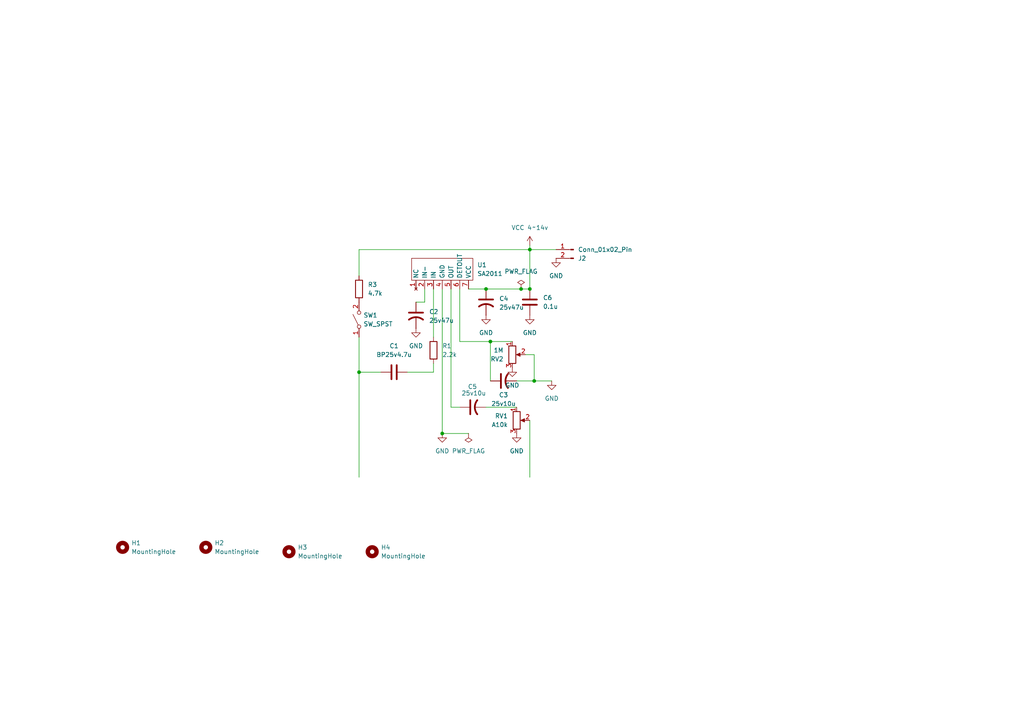
<source format=kicad_sch>
(kicad_sch
	(version 20250114)
	(generator "eeschema")
	(generator_version "9.0")
	(uuid "e2b37c89-b60f-49f1-a142-ed4ef7ac018e")
	(paper "A4")
	(lib_symbols
		(symbol "@MyLibrary:SA2011"
			(exclude_from_sim no)
			(in_bom yes)
			(on_board yes)
			(property "Reference" "U"
				(at 0 5.08 0)
				(effects
					(font
						(size 1.27 1.27)
					)
				)
			)
			(property "Value" "SA2011"
				(at -1.524 2.794 0)
				(effects
					(font
						(size 1.27 1.27)
					)
				)
			)
			(property "Footprint" ""
				(at 0 0 0)
				(effects
					(font
						(size 1.27 1.27)
					)
					(hide yes)
				)
			)
			(property "Datasheet" ""
				(at 0 0 0)
				(effects
					(font
						(size 1.27 1.27)
					)
					(hide yes)
				)
			)
			(property "Description" ""
				(at 0 0 0)
				(effects
					(font
						(size 1.27 1.27)
					)
					(hide yes)
				)
			)
			(symbol "SA2011_0_1"
				(rectangle
					(start -8.89 3.81)
					(end 8.89 -2.54)
					(stroke
						(width 0)
						(type default)
					)
					(fill
						(type none)
					)
				)
			)
			(symbol "SA2011_1_1"
				(pin no_connect line
					(at -7.62 -5.08 90)
					(length 2.54)
					(name "NC"
						(effects
							(font
								(size 1.27 1.27)
							)
						)
					)
					(number "1"
						(effects
							(font
								(size 1.27 1.27)
							)
						)
					)
				)
				(pin input line
					(at -5.08 -5.08 90)
					(length 2.54)
					(name "IN-"
						(effects
							(font
								(size 1.27 1.27)
							)
						)
					)
					(number "2"
						(effects
							(font
								(size 1.27 1.27)
							)
						)
					)
				)
				(pin input line
					(at -2.54 -5.08 90)
					(length 2.54)
					(name "IN"
						(effects
							(font
								(size 1.27 1.27)
							)
						)
					)
					(number "3"
						(effects
							(font
								(size 1.27 1.27)
							)
						)
					)
				)
				(pin power_in line
					(at 0 -5.08 90)
					(length 2.54)
					(name "GND"
						(effects
							(font
								(size 1.27 1.27)
							)
						)
					)
					(number "4"
						(effects
							(font
								(size 1.27 1.27)
							)
						)
					)
				)
				(pin output line
					(at 2.54 -5.08 90)
					(length 2.54)
					(name "OUT"
						(effects
							(font
								(size 1.27 1.27)
							)
						)
					)
					(number "5"
						(effects
							(font
								(size 1.27 1.27)
							)
						)
					)
				)
				(pin input line
					(at 5.08 -5.08 90)
					(length 2.54)
					(name "DETOUT"
						(effects
							(font
								(size 1.27 1.27)
							)
						)
					)
					(number "6"
						(effects
							(font
								(size 1.27 1.27)
							)
						)
					)
				)
				(pin power_in line
					(at 7.62 -5.08 90)
					(length 2.54)
					(name "VCC"
						(effects
							(font
								(size 1.27 1.27)
							)
						)
					)
					(number "7"
						(effects
							(font
								(size 1.27 1.27)
							)
						)
					)
				)
			)
			(embedded_fonts no)
		)
		(symbol "Connector:Conn_01x02_Pin"
			(pin_names
				(offset 1.016)
				(hide yes)
			)
			(exclude_from_sim no)
			(in_bom yes)
			(on_board yes)
			(property "Reference" "J"
				(at 0 2.54 0)
				(effects
					(font
						(size 1.27 1.27)
					)
				)
			)
			(property "Value" "Conn_01x02_Pin"
				(at 0 -5.08 0)
				(effects
					(font
						(size 1.27 1.27)
					)
				)
			)
			(property "Footprint" ""
				(at 0 0 0)
				(effects
					(font
						(size 1.27 1.27)
					)
					(hide yes)
				)
			)
			(property "Datasheet" "~"
				(at 0 0 0)
				(effects
					(font
						(size 1.27 1.27)
					)
					(hide yes)
				)
			)
			(property "Description" "Generic connector, single row, 01x02, script generated"
				(at 0 0 0)
				(effects
					(font
						(size 1.27 1.27)
					)
					(hide yes)
				)
			)
			(property "ki_locked" ""
				(at 0 0 0)
				(effects
					(font
						(size 1.27 1.27)
					)
				)
			)
			(property "ki_keywords" "connector"
				(at 0 0 0)
				(effects
					(font
						(size 1.27 1.27)
					)
					(hide yes)
				)
			)
			(property "ki_fp_filters" "Connector*:*_1x??_*"
				(at 0 0 0)
				(effects
					(font
						(size 1.27 1.27)
					)
					(hide yes)
				)
			)
			(symbol "Conn_01x02_Pin_1_1"
				(rectangle
					(start 0.8636 0.127)
					(end 0 -0.127)
					(stroke
						(width 0.1524)
						(type default)
					)
					(fill
						(type outline)
					)
				)
				(rectangle
					(start 0.8636 -2.413)
					(end 0 -2.667)
					(stroke
						(width 0.1524)
						(type default)
					)
					(fill
						(type outline)
					)
				)
				(polyline
					(pts
						(xy 1.27 0) (xy 0.8636 0)
					)
					(stroke
						(width 0.1524)
						(type default)
					)
					(fill
						(type none)
					)
				)
				(polyline
					(pts
						(xy 1.27 -2.54) (xy 0.8636 -2.54)
					)
					(stroke
						(width 0.1524)
						(type default)
					)
					(fill
						(type none)
					)
				)
				(pin passive line
					(at 5.08 0 180)
					(length 3.81)
					(name "Pin_1"
						(effects
							(font
								(size 1.27 1.27)
							)
						)
					)
					(number "1"
						(effects
							(font
								(size 1.27 1.27)
							)
						)
					)
				)
				(pin passive line
					(at 5.08 -2.54 180)
					(length 3.81)
					(name "Pin_2"
						(effects
							(font
								(size 1.27 1.27)
							)
						)
					)
					(number "2"
						(effects
							(font
								(size 1.27 1.27)
							)
						)
					)
				)
			)
			(embedded_fonts no)
		)
		(symbol "Device:C"
			(pin_numbers
				(hide yes)
			)
			(pin_names
				(offset 0.254)
			)
			(exclude_from_sim no)
			(in_bom yes)
			(on_board yes)
			(property "Reference" "C"
				(at 0.635 2.54 0)
				(effects
					(font
						(size 1.27 1.27)
					)
					(justify left)
				)
			)
			(property "Value" "C"
				(at 0.635 -2.54 0)
				(effects
					(font
						(size 1.27 1.27)
					)
					(justify left)
				)
			)
			(property "Footprint" ""
				(at 0.9652 -3.81 0)
				(effects
					(font
						(size 1.27 1.27)
					)
					(hide yes)
				)
			)
			(property "Datasheet" "~"
				(at 0 0 0)
				(effects
					(font
						(size 1.27 1.27)
					)
					(hide yes)
				)
			)
			(property "Description" "Unpolarized capacitor"
				(at 0 0 0)
				(effects
					(font
						(size 1.27 1.27)
					)
					(hide yes)
				)
			)
			(property "ki_keywords" "cap capacitor"
				(at 0 0 0)
				(effects
					(font
						(size 1.27 1.27)
					)
					(hide yes)
				)
			)
			(property "ki_fp_filters" "C_*"
				(at 0 0 0)
				(effects
					(font
						(size 1.27 1.27)
					)
					(hide yes)
				)
			)
			(symbol "C_0_1"
				(polyline
					(pts
						(xy -2.032 0.762) (xy 2.032 0.762)
					)
					(stroke
						(width 0.508)
						(type default)
					)
					(fill
						(type none)
					)
				)
				(polyline
					(pts
						(xy -2.032 -0.762) (xy 2.032 -0.762)
					)
					(stroke
						(width 0.508)
						(type default)
					)
					(fill
						(type none)
					)
				)
			)
			(symbol "C_1_1"
				(pin passive line
					(at 0 3.81 270)
					(length 2.794)
					(name "~"
						(effects
							(font
								(size 1.27 1.27)
							)
						)
					)
					(number "1"
						(effects
							(font
								(size 1.27 1.27)
							)
						)
					)
				)
				(pin passive line
					(at 0 -3.81 90)
					(length 2.794)
					(name "~"
						(effects
							(font
								(size 1.27 1.27)
							)
						)
					)
					(number "2"
						(effects
							(font
								(size 1.27 1.27)
							)
						)
					)
				)
			)
			(embedded_fonts no)
		)
		(symbol "Device:C_US"
			(pin_numbers
				(hide yes)
			)
			(pin_names
				(offset 0.254)
				(hide yes)
			)
			(exclude_from_sim no)
			(in_bom yes)
			(on_board yes)
			(property "Reference" "C"
				(at 0.635 2.54 0)
				(effects
					(font
						(size 1.27 1.27)
					)
					(justify left)
				)
			)
			(property "Value" "C_US"
				(at 0.635 -2.54 0)
				(effects
					(font
						(size 1.27 1.27)
					)
					(justify left)
				)
			)
			(property "Footprint" ""
				(at 0 0 0)
				(effects
					(font
						(size 1.27 1.27)
					)
					(hide yes)
				)
			)
			(property "Datasheet" ""
				(at 0 0 0)
				(effects
					(font
						(size 1.27 1.27)
					)
					(hide yes)
				)
			)
			(property "Description" "capacitor, US symbol"
				(at 0 0 0)
				(effects
					(font
						(size 1.27 1.27)
					)
					(hide yes)
				)
			)
			(property "ki_keywords" "cap capacitor"
				(at 0 0 0)
				(effects
					(font
						(size 1.27 1.27)
					)
					(hide yes)
				)
			)
			(property "ki_fp_filters" "C_*"
				(at 0 0 0)
				(effects
					(font
						(size 1.27 1.27)
					)
					(hide yes)
				)
			)
			(symbol "C_US_0_1"
				(polyline
					(pts
						(xy -2.032 0.762) (xy 2.032 0.762)
					)
					(stroke
						(width 0.508)
						(type default)
					)
					(fill
						(type none)
					)
				)
				(arc
					(start -2.032 -1.27)
					(mid 0 -0.5572)
					(end 2.032 -1.27)
					(stroke
						(width 0.508)
						(type default)
					)
					(fill
						(type none)
					)
				)
			)
			(symbol "C_US_1_1"
				(pin passive line
					(at 0 3.81 270)
					(length 2.794)
					(name "~"
						(effects
							(font
								(size 1.27 1.27)
							)
						)
					)
					(number "1"
						(effects
							(font
								(size 1.27 1.27)
							)
						)
					)
				)
				(pin passive line
					(at 0 -3.81 90)
					(length 3.302)
					(name "~"
						(effects
							(font
								(size 1.27 1.27)
							)
						)
					)
					(number "2"
						(effects
							(font
								(size 1.27 1.27)
							)
						)
					)
				)
			)
			(embedded_fonts no)
		)
		(symbol "Device:R"
			(pin_numbers
				(hide yes)
			)
			(pin_names
				(offset 0)
			)
			(exclude_from_sim no)
			(in_bom yes)
			(on_board yes)
			(property "Reference" "R"
				(at 2.032 0 90)
				(effects
					(font
						(size 1.27 1.27)
					)
				)
			)
			(property "Value" "R"
				(at 0 0 90)
				(effects
					(font
						(size 1.27 1.27)
					)
				)
			)
			(property "Footprint" ""
				(at -1.778 0 90)
				(effects
					(font
						(size 1.27 1.27)
					)
					(hide yes)
				)
			)
			(property "Datasheet" "~"
				(at 0 0 0)
				(effects
					(font
						(size 1.27 1.27)
					)
					(hide yes)
				)
			)
			(property "Description" "Resistor"
				(at 0 0 0)
				(effects
					(font
						(size 1.27 1.27)
					)
					(hide yes)
				)
			)
			(property "ki_keywords" "R res resistor"
				(at 0 0 0)
				(effects
					(font
						(size 1.27 1.27)
					)
					(hide yes)
				)
			)
			(property "ki_fp_filters" "R_*"
				(at 0 0 0)
				(effects
					(font
						(size 1.27 1.27)
					)
					(hide yes)
				)
			)
			(symbol "R_0_1"
				(rectangle
					(start -1.016 -2.54)
					(end 1.016 2.54)
					(stroke
						(width 0.254)
						(type default)
					)
					(fill
						(type none)
					)
				)
			)
			(symbol "R_1_1"
				(pin passive line
					(at 0 3.81 270)
					(length 1.27)
					(name "~"
						(effects
							(font
								(size 1.27 1.27)
							)
						)
					)
					(number "1"
						(effects
							(font
								(size 1.27 1.27)
							)
						)
					)
				)
				(pin passive line
					(at 0 -3.81 90)
					(length 1.27)
					(name "~"
						(effects
							(font
								(size 1.27 1.27)
							)
						)
					)
					(number "2"
						(effects
							(font
								(size 1.27 1.27)
							)
						)
					)
				)
			)
			(embedded_fonts no)
		)
		(symbol "Device:R_Potentiometer"
			(pin_names
				(offset 1.016)
				(hide yes)
			)
			(exclude_from_sim no)
			(in_bom yes)
			(on_board yes)
			(property "Reference" "RV"
				(at -4.445 0 90)
				(effects
					(font
						(size 1.27 1.27)
					)
				)
			)
			(property "Value" "R_Potentiometer"
				(at -2.54 0 90)
				(effects
					(font
						(size 1.27 1.27)
					)
				)
			)
			(property "Footprint" ""
				(at 0 0 0)
				(effects
					(font
						(size 1.27 1.27)
					)
					(hide yes)
				)
			)
			(property "Datasheet" "~"
				(at 0 0 0)
				(effects
					(font
						(size 1.27 1.27)
					)
					(hide yes)
				)
			)
			(property "Description" "Potentiometer"
				(at 0 0 0)
				(effects
					(font
						(size 1.27 1.27)
					)
					(hide yes)
				)
			)
			(property "ki_keywords" "resistor variable"
				(at 0 0 0)
				(effects
					(font
						(size 1.27 1.27)
					)
					(hide yes)
				)
			)
			(property "ki_fp_filters" "Potentiometer*"
				(at 0 0 0)
				(effects
					(font
						(size 1.27 1.27)
					)
					(hide yes)
				)
			)
			(symbol "R_Potentiometer_0_1"
				(rectangle
					(start 1.016 2.54)
					(end -1.016 -2.54)
					(stroke
						(width 0.254)
						(type default)
					)
					(fill
						(type none)
					)
				)
				(polyline
					(pts
						(xy 1.143 0) (xy 2.286 0.508) (xy 2.286 -0.508) (xy 1.143 0)
					)
					(stroke
						(width 0)
						(type default)
					)
					(fill
						(type outline)
					)
				)
				(polyline
					(pts
						(xy 2.54 0) (xy 1.524 0)
					)
					(stroke
						(width 0)
						(type default)
					)
					(fill
						(type none)
					)
				)
			)
			(symbol "R_Potentiometer_1_1"
				(pin passive line
					(at 0 3.81 270)
					(length 1.27)
					(name "1"
						(effects
							(font
								(size 1.27 1.27)
							)
						)
					)
					(number "1"
						(effects
							(font
								(size 1.27 1.27)
							)
						)
					)
				)
				(pin passive line
					(at 0 -3.81 90)
					(length 1.27)
					(name "3"
						(effects
							(font
								(size 1.27 1.27)
							)
						)
					)
					(number "3"
						(effects
							(font
								(size 1.27 1.27)
							)
						)
					)
				)
				(pin passive line
					(at 3.81 0 180)
					(length 1.27)
					(name "2"
						(effects
							(font
								(size 1.27 1.27)
							)
						)
					)
					(number "2"
						(effects
							(font
								(size 1.27 1.27)
							)
						)
					)
				)
			)
			(embedded_fonts no)
		)
		(symbol "Mechanical:MountingHole"
			(pin_names
				(offset 1.016)
			)
			(exclude_from_sim no)
			(in_bom no)
			(on_board yes)
			(property "Reference" "H"
				(at 0 5.08 0)
				(effects
					(font
						(size 1.27 1.27)
					)
				)
			)
			(property "Value" "MountingHole"
				(at 0 3.175 0)
				(effects
					(font
						(size 1.27 1.27)
					)
				)
			)
			(property "Footprint" ""
				(at 0 0 0)
				(effects
					(font
						(size 1.27 1.27)
					)
					(hide yes)
				)
			)
			(property "Datasheet" "~"
				(at 0 0 0)
				(effects
					(font
						(size 1.27 1.27)
					)
					(hide yes)
				)
			)
			(property "Description" "Mounting Hole without connection"
				(at 0 0 0)
				(effects
					(font
						(size 1.27 1.27)
					)
					(hide yes)
				)
			)
			(property "ki_keywords" "mounting hole"
				(at 0 0 0)
				(effects
					(font
						(size 1.27 1.27)
					)
					(hide yes)
				)
			)
			(property "ki_fp_filters" "MountingHole*"
				(at 0 0 0)
				(effects
					(font
						(size 1.27 1.27)
					)
					(hide yes)
				)
			)
			(symbol "MountingHole_0_1"
				(circle
					(center 0 0)
					(radius 1.27)
					(stroke
						(width 1.27)
						(type default)
					)
					(fill
						(type none)
					)
				)
			)
			(embedded_fonts no)
		)
		(symbol "Switch:SW_SPST"
			(pin_names
				(offset 0)
				(hide yes)
			)
			(exclude_from_sim no)
			(in_bom yes)
			(on_board yes)
			(property "Reference" "SW"
				(at 0 3.175 0)
				(effects
					(font
						(size 1.27 1.27)
					)
				)
			)
			(property "Value" "SW_SPST"
				(at 0 -2.54 0)
				(effects
					(font
						(size 1.27 1.27)
					)
				)
			)
			(property "Footprint" ""
				(at 0 0 0)
				(effects
					(font
						(size 1.27 1.27)
					)
					(hide yes)
				)
			)
			(property "Datasheet" "~"
				(at 0 0 0)
				(effects
					(font
						(size 1.27 1.27)
					)
					(hide yes)
				)
			)
			(property "Description" "Single Pole Single Throw (SPST) switch"
				(at 0 0 0)
				(effects
					(font
						(size 1.27 1.27)
					)
					(hide yes)
				)
			)
			(property "ki_keywords" "switch lever"
				(at 0 0 0)
				(effects
					(font
						(size 1.27 1.27)
					)
					(hide yes)
				)
			)
			(symbol "SW_SPST_0_0"
				(circle
					(center -2.032 0)
					(radius 0.508)
					(stroke
						(width 0)
						(type default)
					)
					(fill
						(type none)
					)
				)
				(polyline
					(pts
						(xy -1.524 0.254) (xy 1.524 1.778)
					)
					(stroke
						(width 0)
						(type default)
					)
					(fill
						(type none)
					)
				)
				(circle
					(center 2.032 0)
					(radius 0.508)
					(stroke
						(width 0)
						(type default)
					)
					(fill
						(type none)
					)
				)
			)
			(symbol "SW_SPST_1_1"
				(pin passive line
					(at -5.08 0 0)
					(length 2.54)
					(name "A"
						(effects
							(font
								(size 1.27 1.27)
							)
						)
					)
					(number "1"
						(effects
							(font
								(size 1.27 1.27)
							)
						)
					)
				)
				(pin passive line
					(at 5.08 0 180)
					(length 2.54)
					(name "B"
						(effects
							(font
								(size 1.27 1.27)
							)
						)
					)
					(number "2"
						(effects
							(font
								(size 1.27 1.27)
							)
						)
					)
				)
			)
			(embedded_fonts no)
		)
		(symbol "power:GND"
			(power)
			(pin_numbers
				(hide yes)
			)
			(pin_names
				(offset 0)
				(hide yes)
			)
			(exclude_from_sim no)
			(in_bom yes)
			(on_board yes)
			(property "Reference" "#PWR"
				(at 0 -6.35 0)
				(effects
					(font
						(size 1.27 1.27)
					)
					(hide yes)
				)
			)
			(property "Value" "GND"
				(at 0 -3.81 0)
				(effects
					(font
						(size 1.27 1.27)
					)
				)
			)
			(property "Footprint" ""
				(at 0 0 0)
				(effects
					(font
						(size 1.27 1.27)
					)
					(hide yes)
				)
			)
			(property "Datasheet" ""
				(at 0 0 0)
				(effects
					(font
						(size 1.27 1.27)
					)
					(hide yes)
				)
			)
			(property "Description" "Power symbol creates a global label with name \"GND\" , ground"
				(at 0 0 0)
				(effects
					(font
						(size 1.27 1.27)
					)
					(hide yes)
				)
			)
			(property "ki_keywords" "global power"
				(at 0 0 0)
				(effects
					(font
						(size 1.27 1.27)
					)
					(hide yes)
				)
			)
			(symbol "GND_0_1"
				(polyline
					(pts
						(xy 0 0) (xy 0 -1.27) (xy 1.27 -1.27) (xy 0 -2.54) (xy -1.27 -1.27) (xy 0 -1.27)
					)
					(stroke
						(width 0)
						(type default)
					)
					(fill
						(type none)
					)
				)
			)
			(symbol "GND_1_1"
				(pin power_in line
					(at 0 0 270)
					(length 0)
					(name "~"
						(effects
							(font
								(size 1.27 1.27)
							)
						)
					)
					(number "1"
						(effects
							(font
								(size 1.27 1.27)
							)
						)
					)
				)
			)
			(embedded_fonts no)
		)
		(symbol "power:PWR_FLAG"
			(power)
			(pin_numbers
				(hide yes)
			)
			(pin_names
				(offset 0)
				(hide yes)
			)
			(exclude_from_sim no)
			(in_bom yes)
			(on_board yes)
			(property "Reference" "#FLG"
				(at 0 1.905 0)
				(effects
					(font
						(size 1.27 1.27)
					)
					(hide yes)
				)
			)
			(property "Value" "PWR_FLAG"
				(at 0 3.81 0)
				(effects
					(font
						(size 1.27 1.27)
					)
				)
			)
			(property "Footprint" ""
				(at 0 0 0)
				(effects
					(font
						(size 1.27 1.27)
					)
					(hide yes)
				)
			)
			(property "Datasheet" "~"
				(at 0 0 0)
				(effects
					(font
						(size 1.27 1.27)
					)
					(hide yes)
				)
			)
			(property "Description" "Special symbol for telling ERC where power comes from"
				(at 0 0 0)
				(effects
					(font
						(size 1.27 1.27)
					)
					(hide yes)
				)
			)
			(property "ki_keywords" "flag power"
				(at 0 0 0)
				(effects
					(font
						(size 1.27 1.27)
					)
					(hide yes)
				)
			)
			(symbol "PWR_FLAG_0_0"
				(pin power_out line
					(at 0 0 90)
					(length 0)
					(name "~"
						(effects
							(font
								(size 1.27 1.27)
							)
						)
					)
					(number "1"
						(effects
							(font
								(size 1.27 1.27)
							)
						)
					)
				)
			)
			(symbol "PWR_FLAG_0_1"
				(polyline
					(pts
						(xy 0 0) (xy 0 1.27) (xy -1.016 1.905) (xy 0 2.54) (xy 1.016 1.905) (xy 0 1.27)
					)
					(stroke
						(width 0)
						(type default)
					)
					(fill
						(type none)
					)
				)
			)
			(embedded_fonts no)
		)
		(symbol "power:VCC"
			(power)
			(pin_numbers
				(hide yes)
			)
			(pin_names
				(offset 0)
				(hide yes)
			)
			(exclude_from_sim no)
			(in_bom yes)
			(on_board yes)
			(property "Reference" "#PWR"
				(at 0 -3.81 0)
				(effects
					(font
						(size 1.27 1.27)
					)
					(hide yes)
				)
			)
			(property "Value" "VCC"
				(at 0 3.556 0)
				(effects
					(font
						(size 1.27 1.27)
					)
				)
			)
			(property "Footprint" ""
				(at 0 0 0)
				(effects
					(font
						(size 1.27 1.27)
					)
					(hide yes)
				)
			)
			(property "Datasheet" ""
				(at 0 0 0)
				(effects
					(font
						(size 1.27 1.27)
					)
					(hide yes)
				)
			)
			(property "Description" "Power symbol creates a global label with name \"VCC\""
				(at 0 0 0)
				(effects
					(font
						(size 1.27 1.27)
					)
					(hide yes)
				)
			)
			(property "ki_keywords" "global power"
				(at 0 0 0)
				(effects
					(font
						(size 1.27 1.27)
					)
					(hide yes)
				)
			)
			(symbol "VCC_0_1"
				(polyline
					(pts
						(xy -0.762 1.27) (xy 0 2.54)
					)
					(stroke
						(width 0)
						(type default)
					)
					(fill
						(type none)
					)
				)
				(polyline
					(pts
						(xy 0 2.54) (xy 0.762 1.27)
					)
					(stroke
						(width 0)
						(type default)
					)
					(fill
						(type none)
					)
				)
				(polyline
					(pts
						(xy 0 0) (xy 0 2.54)
					)
					(stroke
						(width 0)
						(type default)
					)
					(fill
						(type none)
					)
				)
			)
			(symbol "VCC_1_1"
				(pin power_in line
					(at 0 0 90)
					(length 0)
					(name "~"
						(effects
							(font
								(size 1.27 1.27)
							)
						)
					)
					(number "1"
						(effects
							(font
								(size 1.27 1.27)
							)
						)
					)
				)
			)
			(embedded_fonts no)
		)
	)
	(junction
		(at 151.13 83.82)
		(diameter 0)
		(color 0 0 0 0)
		(uuid "027d9f26-714b-4e56-80ad-4e07e7ad6f0d")
	)
	(junction
		(at 153.67 83.82)
		(diameter 0)
		(color 0 0 0 0)
		(uuid "595b0f88-a369-4691-b7d4-80cbbc87ff7d")
	)
	(junction
		(at 104.14 107.95)
		(diameter 0)
		(color 0 0 0 0)
		(uuid "5adf580b-2d89-4cdc-b761-7e140696aea2")
	)
	(junction
		(at 128.27 125.73)
		(diameter 0)
		(color 0 0 0 0)
		(uuid "737afcf4-b54a-49a0-bffb-5f10572d621b")
	)
	(junction
		(at 154.94 110.49)
		(diameter 0)
		(color 0 0 0 0)
		(uuid "7e28f72d-7cfd-4335-80a8-43ca04a970b1")
	)
	(junction
		(at 153.67 72.39)
		(diameter 0)
		(color 0 0 0 0)
		(uuid "a423b7dd-e6e6-470a-9772-a4d6d9036235")
	)
	(junction
		(at 140.97 83.82)
		(diameter 0)
		(color 0 0 0 0)
		(uuid "a6e425a0-815e-495a-8f25-c69ca8116a1e")
	)
	(junction
		(at 142.24 99.06)
		(diameter 0)
		(color 0 0 0 0)
		(uuid "f92a9200-e1df-4493-92ac-322cabe6aa9e")
	)
	(wire
		(pts
			(xy 152.4 102.87) (xy 154.94 102.87)
		)
		(stroke
			(width 0)
			(type default)
		)
		(uuid "08ae7476-c5a9-4a8d-ada8-124fbdf4d020")
	)
	(wire
		(pts
			(xy 123.19 83.82) (xy 123.19 87.63)
		)
		(stroke
			(width 0)
			(type default)
		)
		(uuid "0c81a28a-ae4a-4c6d-a70b-23ce1fec65f1")
	)
	(wire
		(pts
			(xy 133.35 99.06) (xy 142.24 99.06)
		)
		(stroke
			(width 0)
			(type default)
		)
		(uuid "17835696-d4c8-480d-9177-89c36ff9f7f3")
	)
	(wire
		(pts
			(xy 154.94 110.49) (xy 160.02 110.49)
		)
		(stroke
			(width 0)
			(type default)
		)
		(uuid "1a197c2e-abd2-4619-92b2-274e967ed403")
	)
	(wire
		(pts
			(xy 104.14 107.95) (xy 110.49 107.95)
		)
		(stroke
			(width 0)
			(type default)
		)
		(uuid "1add9d6b-91f0-420f-86f9-49842915e54c")
	)
	(wire
		(pts
			(xy 140.97 118.11) (xy 149.86 118.11)
		)
		(stroke
			(width 0)
			(type default)
		)
		(uuid "233d9b4d-e4f1-441b-8316-798af81b17a1")
	)
	(wire
		(pts
			(xy 104.14 138.43) (xy 104.14 107.95)
		)
		(stroke
			(width 0)
			(type default)
		)
		(uuid "428e62d8-116e-43b5-937f-3384de677be5")
	)
	(wire
		(pts
			(xy 135.89 83.82) (xy 140.97 83.82)
		)
		(stroke
			(width 0)
			(type default)
		)
		(uuid "444ce6ef-51ec-4c2d-a706-d059e8876493")
	)
	(wire
		(pts
			(xy 104.14 72.39) (xy 153.67 72.39)
		)
		(stroke
			(width 0)
			(type default)
		)
		(uuid "45f58488-7f90-4680-bcfa-5bf0780937c1")
	)
	(wire
		(pts
			(xy 118.11 107.95) (xy 125.73 107.95)
		)
		(stroke
			(width 0)
			(type default)
		)
		(uuid "4bbf037a-f425-4356-9a97-636f735f2782")
	)
	(wire
		(pts
			(xy 125.73 83.82) (xy 125.73 97.79)
		)
		(stroke
			(width 0)
			(type default)
		)
		(uuid "4f2c4c0d-393e-4c6e-9b0e-ac47acfc0973")
	)
	(wire
		(pts
			(xy 149.86 110.49) (xy 154.94 110.49)
		)
		(stroke
			(width 0)
			(type default)
		)
		(uuid "51bc7cc5-de7e-4fba-bf96-5d175e90fd62")
	)
	(wire
		(pts
			(xy 130.81 118.11) (xy 133.35 118.11)
		)
		(stroke
			(width 0)
			(type default)
		)
		(uuid "5603cbea-9614-4794-b556-ab52e5c1613f")
	)
	(wire
		(pts
			(xy 142.24 99.06) (xy 148.59 99.06)
		)
		(stroke
			(width 0)
			(type default)
		)
		(uuid "6008a29a-e154-4b45-8b6c-953ab5716b50")
	)
	(wire
		(pts
			(xy 123.19 87.63) (xy 120.65 87.63)
		)
		(stroke
			(width 0)
			(type default)
		)
		(uuid "650e8732-a892-435f-af40-0e9eaeb983f5")
	)
	(wire
		(pts
			(xy 133.35 99.06) (xy 133.35 83.82)
		)
		(stroke
			(width 0)
			(type default)
		)
		(uuid "6d89444e-88cb-41c6-83e9-3d55a4f8adde")
	)
	(wire
		(pts
			(xy 153.67 72.39) (xy 161.29 72.39)
		)
		(stroke
			(width 0)
			(type default)
		)
		(uuid "74725ce1-37a0-47cf-9d25-f42c4a8b142e")
	)
	(wire
		(pts
			(xy 153.67 121.92) (xy 153.67 138.43)
		)
		(stroke
			(width 0)
			(type default)
		)
		(uuid "7b58ea12-68e1-4527-9362-5d2a87ca8f88")
	)
	(wire
		(pts
			(xy 153.67 72.39) (xy 153.67 83.82)
		)
		(stroke
			(width 0)
			(type default)
		)
		(uuid "7f3509a1-c903-49f3-9025-46ef81d8ab44")
	)
	(wire
		(pts
			(xy 128.27 83.82) (xy 128.27 125.73)
		)
		(stroke
			(width 0)
			(type default)
		)
		(uuid "88858a03-9207-4c0c-94ac-94d2c2aca629")
	)
	(wire
		(pts
			(xy 128.27 125.73) (xy 135.89 125.73)
		)
		(stroke
			(width 0)
			(type default)
		)
		(uuid "8998ace9-293b-459a-9e1a-af410bab4d7d")
	)
	(wire
		(pts
			(xy 104.14 80.01) (xy 104.14 72.39)
		)
		(stroke
			(width 0)
			(type default)
		)
		(uuid "99d90195-31a3-4f47-96c6-6f8b910abd49")
	)
	(wire
		(pts
			(xy 125.73 107.95) (xy 125.73 105.41)
		)
		(stroke
			(width 0)
			(type default)
		)
		(uuid "9a546c7e-738e-41cd-a61b-f1c47bba0a74")
	)
	(wire
		(pts
			(xy 140.97 83.82) (xy 151.13 83.82)
		)
		(stroke
			(width 0)
			(type default)
		)
		(uuid "a3a451c3-ad49-44a4-964d-7142656dcc1e")
	)
	(wire
		(pts
			(xy 104.14 97.79) (xy 104.14 107.95)
		)
		(stroke
			(width 0)
			(type default)
		)
		(uuid "acfde2c1-9837-47a3-83ce-3d5193a37523")
	)
	(wire
		(pts
			(xy 130.81 83.82) (xy 130.81 118.11)
		)
		(stroke
			(width 0)
			(type default)
		)
		(uuid "ad5791eb-3716-47af-a598-ed34ac217d03")
	)
	(wire
		(pts
			(xy 153.67 71.12) (xy 153.67 72.39)
		)
		(stroke
			(width 0)
			(type default)
		)
		(uuid "b36d58b5-299d-4478-a794-b1e31b8632f5")
	)
	(wire
		(pts
			(xy 151.13 83.82) (xy 153.67 83.82)
		)
		(stroke
			(width 0)
			(type default)
		)
		(uuid "b58f6ecc-6f73-4010-8ea1-ceba85eac290")
	)
	(wire
		(pts
			(xy 154.94 102.87) (xy 154.94 110.49)
		)
		(stroke
			(width 0)
			(type default)
		)
		(uuid "b90992db-2643-45b7-becf-849d69034ae3")
	)
	(wire
		(pts
			(xy 142.24 99.06) (xy 142.24 110.49)
		)
		(stroke
			(width 0)
			(type default)
		)
		(uuid "d560d040-1b27-4793-9ef2-23e7f4b5d0fb")
	)
	(symbol
		(lib_id "Mechanical:MountingHole")
		(at 59.69 158.75 0)
		(unit 1)
		(exclude_from_sim no)
		(in_bom no)
		(on_board yes)
		(dnp no)
		(fields_autoplaced yes)
		(uuid "04081ed8-1e9e-4186-8a25-60c8de86eab6")
		(property "Reference" "H2"
			(at 62.23 157.4799 0)
			(effects
				(font
					(size 1.27 1.27)
				)
				(justify left)
			)
		)
		(property "Value" "MountingHole"
			(at 62.23 160.0199 0)
			(effects
				(font
					(size 1.27 1.27)
				)
				(justify left)
			)
		)
		(property "Footprint" "MountingHole:MountingHole_3.2mm_M3"
			(at 59.69 158.75 0)
			(effects
				(font
					(size 1.27 1.27)
				)
				(hide yes)
			)
		)
		(property "Datasheet" "~"
			(at 59.69 158.75 0)
			(effects
				(font
					(size 1.27 1.27)
				)
				(hide yes)
			)
		)
		(property "Description" "Mounting Hole without connection"
			(at 59.69 158.75 0)
			(effects
				(font
					(size 1.27 1.27)
				)
				(hide yes)
			)
		)
		(instances
			(project "sa2011_mic_amp"
				(path "/e2b37c89-b60f-49f1-a142-ed4ef7ac018e"
					(reference "H2")
					(unit 1)
				)
			)
		)
	)
	(symbol
		(lib_id "Device:C_US")
		(at 120.65 91.44 0)
		(unit 1)
		(exclude_from_sim no)
		(in_bom yes)
		(on_board yes)
		(dnp no)
		(fields_autoplaced yes)
		(uuid "1d040208-4df5-4533-93eb-d4a0566a473c")
		(property "Reference" "C2"
			(at 124.46 90.4239 0)
			(effects
				(font
					(size 1.27 1.27)
				)
				(justify left)
			)
		)
		(property "Value" "25v47u"
			(at 124.46 92.9639 0)
			(effects
				(font
					(size 1.27 1.27)
				)
				(justify left)
			)
		)
		(property "Footprint" "Capacitor_THT:CP_Radial_D6.3mm_P2.50mm"
			(at 120.65 91.44 0)
			(effects
				(font
					(size 1.27 1.27)
				)
				(hide yes)
			)
		)
		(property "Datasheet" ""
			(at 120.65 91.44 0)
			(effects
				(font
					(size 1.27 1.27)
				)
				(hide yes)
			)
		)
		(property "Description" "capacitor, US symbol"
			(at 120.65 91.44 0)
			(effects
				(font
					(size 1.27 1.27)
				)
				(hide yes)
			)
		)
		(pin "1"
			(uuid "2af966ad-85f4-4d18-abde-1d1a80668cfc")
		)
		(pin "2"
			(uuid "0d525f9e-dfdb-41f7-a6d7-275ecbb30689")
		)
		(instances
			(project ""
				(path "/e2b37c89-b60f-49f1-a142-ed4ef7ac018e"
					(reference "C2")
					(unit 1)
				)
			)
		)
	)
	(symbol
		(lib_id "power:GND")
		(at 161.29 74.93 0)
		(unit 1)
		(exclude_from_sim no)
		(in_bom yes)
		(on_board yes)
		(dnp no)
		(fields_autoplaced yes)
		(uuid "29ad5825-e0bf-4e73-8dfe-f0510a853254")
		(property "Reference" "#PWR08"
			(at 161.29 81.28 0)
			(effects
				(font
					(size 1.27 1.27)
				)
				(hide yes)
			)
		)
		(property "Value" "GND"
			(at 161.29 80.01 0)
			(effects
				(font
					(size 1.27 1.27)
				)
			)
		)
		(property "Footprint" ""
			(at 161.29 74.93 0)
			(effects
				(font
					(size 1.27 1.27)
				)
				(hide yes)
			)
		)
		(property "Datasheet" ""
			(at 161.29 74.93 0)
			(effects
				(font
					(size 1.27 1.27)
				)
				(hide yes)
			)
		)
		(property "Description" "Power symbol creates a global label with name \"GND\" , ground"
			(at 161.29 74.93 0)
			(effects
				(font
					(size 1.27 1.27)
				)
				(hide yes)
			)
		)
		(pin "1"
			(uuid "7d950ce2-1081-48ed-85d0-0a5dadf13095")
		)
		(instances
			(project "sa2011_mic_amp"
				(path "/e2b37c89-b60f-49f1-a142-ed4ef7ac018e"
					(reference "#PWR08")
					(unit 1)
				)
			)
		)
	)
	(symbol
		(lib_id "Mechanical:MountingHole")
		(at 83.82 160.02 0)
		(unit 1)
		(exclude_from_sim no)
		(in_bom no)
		(on_board yes)
		(dnp no)
		(fields_autoplaced yes)
		(uuid "2b5e5ef4-d50d-4527-8554-a8f228d1207b")
		(property "Reference" "H3"
			(at 86.36 158.7499 0)
			(effects
				(font
					(size 1.27 1.27)
				)
				(justify left)
			)
		)
		(property "Value" "MountingHole"
			(at 86.36 161.2899 0)
			(effects
				(font
					(size 1.27 1.27)
				)
				(justify left)
			)
		)
		(property "Footprint" "MountingHole:MountingHole_3.2mm_M3"
			(at 83.82 160.02 0)
			(effects
				(font
					(size 1.27 1.27)
				)
				(hide yes)
			)
		)
		(property "Datasheet" "~"
			(at 83.82 160.02 0)
			(effects
				(font
					(size 1.27 1.27)
				)
				(hide yes)
			)
		)
		(property "Description" "Mounting Hole without connection"
			(at 83.82 160.02 0)
			(effects
				(font
					(size 1.27 1.27)
				)
				(hide yes)
			)
		)
		(instances
			(project "sa2011_mic_amp"
				(path "/e2b37c89-b60f-49f1-a142-ed4ef7ac018e"
					(reference "H3")
					(unit 1)
				)
			)
		)
	)
	(symbol
		(lib_id "Device:C_US")
		(at 137.16 118.11 90)
		(unit 1)
		(exclude_from_sim no)
		(in_bom yes)
		(on_board yes)
		(dnp no)
		(uuid "4771d241-62c9-4dc0-b796-fdbc85dc5f4f")
		(property "Reference" "C5"
			(at 137.033 112.141 90)
			(effects
				(font
					(size 1.27 1.27)
				)
			)
		)
		(property "Value" "25v10u"
			(at 137.414 114.046 90)
			(effects
				(font
					(size 1.27 1.27)
				)
			)
		)
		(property "Footprint" "Capacitor_THT:CP_Radial_D5.0mm_P2.50mm"
			(at 137.16 118.11 0)
			(effects
				(font
					(size 1.27 1.27)
				)
				(hide yes)
			)
		)
		(property "Datasheet" ""
			(at 137.16 118.11 0)
			(effects
				(font
					(size 1.27 1.27)
				)
				(hide yes)
			)
		)
		(property "Description" "capacitor, US symbol"
			(at 137.16 118.11 0)
			(effects
				(font
					(size 1.27 1.27)
				)
				(hide yes)
			)
		)
		(pin "1"
			(uuid "9b4c4e11-8cdf-4710-ad68-0726c79873d6")
		)
		(pin "2"
			(uuid "bb01e3e6-38e8-44ca-8bd4-eaf4f62f4409")
		)
		(instances
			(project "sa2011_mic_amp"
				(path "/e2b37c89-b60f-49f1-a142-ed4ef7ac018e"
					(reference "C5")
					(unit 1)
				)
			)
		)
	)
	(symbol
		(lib_id "power:PWR_FLAG")
		(at 151.13 83.82 0)
		(unit 1)
		(exclude_from_sim no)
		(in_bom yes)
		(on_board yes)
		(dnp no)
		(fields_autoplaced yes)
		(uuid "491c22e3-9ed2-48c1-aea6-d5fffe0c8afb")
		(property "Reference" "#FLG01"
			(at 151.13 81.915 0)
			(effects
				(font
					(size 1.27 1.27)
				)
				(hide yes)
			)
		)
		(property "Value" "PWR_FLAG"
			(at 151.13 78.74 0)
			(effects
				(font
					(size 1.27 1.27)
				)
			)
		)
		(property "Footprint" ""
			(at 151.13 83.82 0)
			(effects
				(font
					(size 1.27 1.27)
				)
				(hide yes)
			)
		)
		(property "Datasheet" "~"
			(at 151.13 83.82 0)
			(effects
				(font
					(size 1.27 1.27)
				)
				(hide yes)
			)
		)
		(property "Description" "Special symbol for telling ERC where power comes from"
			(at 151.13 83.82 0)
			(effects
				(font
					(size 1.27 1.27)
				)
				(hide yes)
			)
		)
		(pin "1"
			(uuid "887b9ed6-de8c-44f7-8066-4bf4cb6523bd")
		)
		(instances
			(project ""
				(path "/e2b37c89-b60f-49f1-a142-ed4ef7ac018e"
					(reference "#FLG01")
					(unit 1)
				)
			)
		)
	)
	(symbol
		(lib_id "power:GND")
		(at 120.65 95.25 0)
		(unit 1)
		(exclude_from_sim no)
		(in_bom yes)
		(on_board yes)
		(dnp no)
		(fields_autoplaced yes)
		(uuid "5dc4cf8b-bb91-44d4-81bf-12f72c1ac6ca")
		(property "Reference" "#PWR02"
			(at 120.65 101.6 0)
			(effects
				(font
					(size 1.27 1.27)
				)
				(hide yes)
			)
		)
		(property "Value" "GND"
			(at 120.65 100.33 0)
			(effects
				(font
					(size 1.27 1.27)
				)
			)
		)
		(property "Footprint" ""
			(at 120.65 95.25 0)
			(effects
				(font
					(size 1.27 1.27)
				)
				(hide yes)
			)
		)
		(property "Datasheet" ""
			(at 120.65 95.25 0)
			(effects
				(font
					(size 1.27 1.27)
				)
				(hide yes)
			)
		)
		(property "Description" "Power symbol creates a global label with name \"GND\" , ground"
			(at 120.65 95.25 0)
			(effects
				(font
					(size 1.27 1.27)
				)
				(hide yes)
			)
		)
		(pin "1"
			(uuid "dfe0e2a2-3d8d-4cfd-bec8-569cf339b65c")
		)
		(instances
			(project "sa2011_mic_amp"
				(path "/e2b37c89-b60f-49f1-a142-ed4ef7ac018e"
					(reference "#PWR02")
					(unit 1)
				)
			)
		)
	)
	(symbol
		(lib_id "power:GND")
		(at 153.67 91.44 0)
		(unit 1)
		(exclude_from_sim no)
		(in_bom yes)
		(on_board yes)
		(dnp no)
		(fields_autoplaced yes)
		(uuid "643b02c1-862d-4705-9e86-6df79b39fe5c")
		(property "Reference" "#PWR04"
			(at 153.67 97.79 0)
			(effects
				(font
					(size 1.27 1.27)
				)
				(hide yes)
			)
		)
		(property "Value" "GND"
			(at 153.67 96.52 0)
			(effects
				(font
					(size 1.27 1.27)
				)
			)
		)
		(property "Footprint" ""
			(at 153.67 91.44 0)
			(effects
				(font
					(size 1.27 1.27)
				)
				(hide yes)
			)
		)
		(property "Datasheet" ""
			(at 153.67 91.44 0)
			(effects
				(font
					(size 1.27 1.27)
				)
				(hide yes)
			)
		)
		(property "Description" "Power symbol creates a global label with name \"GND\" , ground"
			(at 153.67 91.44 0)
			(effects
				(font
					(size 1.27 1.27)
				)
				(hide yes)
			)
		)
		(pin "1"
			(uuid "8f9695f0-b318-4b11-8b34-250984919afe")
		)
		(instances
			(project "sa2011_mic_amp"
				(path "/e2b37c89-b60f-49f1-a142-ed4ef7ac018e"
					(reference "#PWR04")
					(unit 1)
				)
			)
		)
	)
	(symbol
		(lib_id "Device:R_Potentiometer")
		(at 148.59 102.87 0)
		(unit 1)
		(exclude_from_sim no)
		(in_bom yes)
		(on_board yes)
		(dnp no)
		(uuid "64eb8b73-a600-47b9-903c-70d21c197e14")
		(property "Reference" "RV2"
			(at 146.05 104.1401 0)
			(effects
				(font
					(size 1.27 1.27)
				)
				(justify right)
			)
		)
		(property "Value" "1M"
			(at 146.05 101.6001 0)
			(effects
				(font
					(size 1.27 1.27)
				)
				(justify right)
			)
		)
		(property "Footprint" "Potentiometer_THT:Potentiometer_Vishay_T73YP_Vertical"
			(at 148.59 102.87 0)
			(effects
				(font
					(size 1.27 1.27)
				)
				(hide yes)
			)
		)
		(property "Datasheet" "~"
			(at 148.59 102.87 0)
			(effects
				(font
					(size 1.27 1.27)
				)
				(hide yes)
			)
		)
		(property "Description" "Potentiometer"
			(at 148.59 102.87 0)
			(effects
				(font
					(size 1.27 1.27)
				)
				(hide yes)
			)
		)
		(pin "1"
			(uuid "1c7ad776-de72-40f7-8f68-d73ea0bbec3e")
		)
		(pin "3"
			(uuid "095fea7a-8eb9-4925-90c8-a113b269dcc4")
		)
		(pin "2"
			(uuid "e0e28942-030b-4b63-a532-d9ed8d468a6a")
		)
		(instances
			(project "sa2011_mic_amp"
				(path "/e2b37c89-b60f-49f1-a142-ed4ef7ac018e"
					(reference "RV2")
					(unit 1)
				)
			)
		)
	)
	(symbol
		(lib_id "power:GND")
		(at 140.97 91.44 0)
		(unit 1)
		(exclude_from_sim no)
		(in_bom yes)
		(on_board yes)
		(dnp no)
		(fields_autoplaced yes)
		(uuid "69df2999-7cc3-4c9e-8d4a-4d08699d9e85")
		(property "Reference" "#PWR03"
			(at 140.97 97.79 0)
			(effects
				(font
					(size 1.27 1.27)
				)
				(hide yes)
			)
		)
		(property "Value" "GND"
			(at 140.97 96.52 0)
			(effects
				(font
					(size 1.27 1.27)
				)
			)
		)
		(property "Footprint" ""
			(at 140.97 91.44 0)
			(effects
				(font
					(size 1.27 1.27)
				)
				(hide yes)
			)
		)
		(property "Datasheet" ""
			(at 140.97 91.44 0)
			(effects
				(font
					(size 1.27 1.27)
				)
				(hide yes)
			)
		)
		(property "Description" "Power symbol creates a global label with name \"GND\" , ground"
			(at 140.97 91.44 0)
			(effects
				(font
					(size 1.27 1.27)
				)
				(hide yes)
			)
		)
		(pin "1"
			(uuid "ba897b2c-b467-4bc3-a2c5-29e0f0e86b18")
		)
		(instances
			(project "sa2011_mic_amp"
				(path "/e2b37c89-b60f-49f1-a142-ed4ef7ac018e"
					(reference "#PWR03")
					(unit 1)
				)
			)
		)
	)
	(symbol
		(lib_id "Device:R_Potentiometer")
		(at 149.86 121.92 0)
		(unit 1)
		(exclude_from_sim no)
		(in_bom yes)
		(on_board yes)
		(dnp no)
		(fields_autoplaced yes)
		(uuid "7e0ff677-25b3-4119-a7a8-d15f27c7d29c")
		(property "Reference" "RV1"
			(at 147.32 120.6499 0)
			(effects
				(font
					(size 1.27 1.27)
				)
				(justify right)
			)
		)
		(property "Value" "A10k"
			(at 147.32 123.1899 0)
			(effects
				(font
					(size 1.27 1.27)
				)
				(justify right)
			)
		)
		(property "Footprint" ""
			(at 149.86 121.92 0)
			(effects
				(font
					(size 1.27 1.27)
				)
				(hide yes)
			)
		)
		(property "Datasheet" "~"
			(at 149.86 121.92 0)
			(effects
				(font
					(size 1.27 1.27)
				)
				(hide yes)
			)
		)
		(property "Description" "Potentiometer"
			(at 149.86 121.92 0)
			(effects
				(font
					(size 1.27 1.27)
				)
				(hide yes)
			)
		)
		(pin "1"
			(uuid "d638cf7b-38a5-4e37-aca7-bdb378200075")
		)
		(pin "3"
			(uuid "5f5138d2-132d-4c09-974e-30a47da3e690")
		)
		(pin "2"
			(uuid "7d55a0d9-bb2d-46af-b773-99a268d0813a")
		)
		(instances
			(project ""
				(path "/e2b37c89-b60f-49f1-a142-ed4ef7ac018e"
					(reference "RV1")
					(unit 1)
				)
			)
		)
	)
	(symbol
		(lib_id "power:VCC")
		(at 153.67 71.12 0)
		(unit 1)
		(exclude_from_sim no)
		(in_bom yes)
		(on_board yes)
		(dnp no)
		(fields_autoplaced yes)
		(uuid "7eaeb12d-4a56-42e7-a573-9b01affb5370")
		(property "Reference" "#PWR05"
			(at 153.67 74.93 0)
			(effects
				(font
					(size 1.27 1.27)
				)
				(hide yes)
			)
		)
		(property "Value" "VCC 4～14v"
			(at 153.67 66.04 0)
			(effects
				(font
					(size 1.27 1.27)
				)
			)
		)
		(property "Footprint" ""
			(at 153.67 71.12 0)
			(effects
				(font
					(size 1.27 1.27)
				)
				(hide yes)
			)
		)
		(property "Datasheet" ""
			(at 153.67 71.12 0)
			(effects
				(font
					(size 1.27 1.27)
				)
				(hide yes)
			)
		)
		(property "Description" "Power symbol creates a global label with name \"VCC\""
			(at 153.67 71.12 0)
			(effects
				(font
					(size 1.27 1.27)
				)
				(hide yes)
			)
		)
		(pin "1"
			(uuid "198adb78-62e2-4a23-bb09-faa287315f75")
		)
		(instances
			(project ""
				(path "/e2b37c89-b60f-49f1-a142-ed4ef7ac018e"
					(reference "#PWR05")
					(unit 1)
				)
			)
		)
	)
	(symbol
		(lib_id "Device:C")
		(at 114.3 107.95 90)
		(unit 1)
		(exclude_from_sim no)
		(in_bom yes)
		(on_board yes)
		(dnp no)
		(fields_autoplaced yes)
		(uuid "825c7f97-7910-4d82-8148-4a47845d69ba")
		(property "Reference" "C1"
			(at 114.3 100.33 90)
			(effects
				(font
					(size 1.27 1.27)
				)
			)
		)
		(property "Value" "BP25v4.7u"
			(at 114.3 102.87 90)
			(effects
				(font
					(size 1.27 1.27)
				)
			)
		)
		(property "Footprint" "Capacitor_THT:CP_Radial_D5.0mm_P2.50mm"
			(at 118.11 106.9848 0)
			(effects
				(font
					(size 1.27 1.27)
				)
				(hide yes)
			)
		)
		(property "Datasheet" "~"
			(at 114.3 107.95 0)
			(effects
				(font
					(size 1.27 1.27)
				)
				(hide yes)
			)
		)
		(property "Description" "Unpolarized capacitor"
			(at 114.3 107.95 0)
			(effects
				(font
					(size 1.27 1.27)
				)
				(hide yes)
			)
		)
		(pin "2"
			(uuid "134b7f96-fdf5-4013-8caf-8528630a51cb")
		)
		(pin "1"
			(uuid "11aa32a4-a3a5-4a9b-8dc2-fb9372a632f3")
		)
		(instances
			(project ""
				(path "/e2b37c89-b60f-49f1-a142-ed4ef7ac018e"
					(reference "C1")
					(unit 1)
				)
			)
		)
	)
	(symbol
		(lib_id "power:GND")
		(at 148.59 106.68 0)
		(unit 1)
		(exclude_from_sim no)
		(in_bom yes)
		(on_board yes)
		(dnp no)
		(fields_autoplaced yes)
		(uuid "82881e24-0788-4b55-8980-a3f683e7a06b")
		(property "Reference" "#PWR09"
			(at 148.59 113.03 0)
			(effects
				(font
					(size 1.27 1.27)
				)
				(hide yes)
			)
		)
		(property "Value" "GND"
			(at 148.59 111.76 0)
			(effects
				(font
					(size 1.27 1.27)
				)
			)
		)
		(property "Footprint" ""
			(at 148.59 106.68 0)
			(effects
				(font
					(size 1.27 1.27)
				)
				(hide yes)
			)
		)
		(property "Datasheet" ""
			(at 148.59 106.68 0)
			(effects
				(font
					(size 1.27 1.27)
				)
				(hide yes)
			)
		)
		(property "Description" "Power symbol creates a global label with name \"GND\" , ground"
			(at 148.59 106.68 0)
			(effects
				(font
					(size 1.27 1.27)
				)
				(hide yes)
			)
		)
		(pin "1"
			(uuid "68cb25b6-f9d3-4f3b-9613-7dda3af0335d")
		)
		(instances
			(project "sa2011_mic_amp"
				(path "/e2b37c89-b60f-49f1-a142-ed4ef7ac018e"
					(reference "#PWR09")
					(unit 1)
				)
			)
		)
	)
	(symbol
		(lib_id "Device:C")
		(at 153.67 87.63 180)
		(unit 1)
		(exclude_from_sim no)
		(in_bom yes)
		(on_board yes)
		(dnp no)
		(fields_autoplaced yes)
		(uuid "87f7e014-dac5-4c40-9e08-7b08b3a2ed08")
		(property "Reference" "C6"
			(at 157.48 86.3599 0)
			(effects
				(font
					(size 1.27 1.27)
				)
				(justify right)
			)
		)
		(property "Value" "0.1u"
			(at 157.48 88.8999 0)
			(effects
				(font
					(size 1.27 1.27)
				)
				(justify right)
			)
		)
		(property "Footprint" "Capacitor_THT:C_Disc_D11.0mm_W5.0mm_P5.00mm"
			(at 152.7048 83.82 0)
			(effects
				(font
					(size 1.27 1.27)
				)
				(hide yes)
			)
		)
		(property "Datasheet" "~"
			(at 153.67 87.63 0)
			(effects
				(font
					(size 1.27 1.27)
				)
				(hide yes)
			)
		)
		(property "Description" "Unpolarized capacitor"
			(at 153.67 87.63 0)
			(effects
				(font
					(size 1.27 1.27)
				)
				(hide yes)
			)
		)
		(pin "2"
			(uuid "be1722c2-a3c0-495a-b432-956a89860ef1")
		)
		(pin "1"
			(uuid "1b5cfdf0-1933-433f-b1e2-4a806e1f6120")
		)
		(instances
			(project "sa2011_mic_amp"
				(path "/e2b37c89-b60f-49f1-a142-ed4ef7ac018e"
					(reference "C6")
					(unit 1)
				)
			)
		)
	)
	(symbol
		(lib_id "Device:R")
		(at 125.73 101.6 0)
		(unit 1)
		(exclude_from_sim no)
		(in_bom yes)
		(on_board yes)
		(dnp no)
		(fields_autoplaced yes)
		(uuid "a2bc2741-b788-4412-903a-7d5daf763178")
		(property "Reference" "R1"
			(at 128.27 100.3299 0)
			(effects
				(font
					(size 1.27 1.27)
				)
				(justify left)
			)
		)
		(property "Value" "2.2k"
			(at 128.27 102.8699 0)
			(effects
				(font
					(size 1.27 1.27)
				)
				(justify left)
			)
		)
		(property "Footprint" "Resistor_THT:R_Axial_DIN0207_L6.3mm_D2.5mm_P7.62mm_Horizontal"
			(at 123.952 101.6 90)
			(effects
				(font
					(size 1.27 1.27)
				)
				(hide yes)
			)
		)
		(property "Datasheet" "~"
			(at 125.73 101.6 0)
			(effects
				(font
					(size 1.27 1.27)
				)
				(hide yes)
			)
		)
		(property "Description" "Resistor"
			(at 125.73 101.6 0)
			(effects
				(font
					(size 1.27 1.27)
				)
				(hide yes)
			)
		)
		(pin "1"
			(uuid "e18e1634-23e3-4f7f-aa3b-b340fc71c677")
		)
		(pin "2"
			(uuid "16b3b2a4-ad50-424c-8a15-d975543740e6")
		)
		(instances
			(project ""
				(path "/e2b37c89-b60f-49f1-a142-ed4ef7ac018e"
					(reference "R1")
					(unit 1)
				)
			)
		)
	)
	(symbol
		(lib_id "power:PWR_FLAG")
		(at 135.89 125.73 180)
		(unit 1)
		(exclude_from_sim no)
		(in_bom yes)
		(on_board yes)
		(dnp no)
		(fields_autoplaced yes)
		(uuid "ae5b2a5a-19e4-42a5-8a38-b2fd20d53e51")
		(property "Reference" "#FLG02"
			(at 135.89 127.635 0)
			(effects
				(font
					(size 1.27 1.27)
				)
				(hide yes)
			)
		)
		(property "Value" "PWR_FLAG"
			(at 135.89 130.81 0)
			(effects
				(font
					(size 1.27 1.27)
				)
			)
		)
		(property "Footprint" ""
			(at 135.89 125.73 0)
			(effects
				(font
					(size 1.27 1.27)
				)
				(hide yes)
			)
		)
		(property "Datasheet" "~"
			(at 135.89 125.73 0)
			(effects
				(font
					(size 1.27 1.27)
				)
				(hide yes)
			)
		)
		(property "Description" "Special symbol for telling ERC where power comes from"
			(at 135.89 125.73 0)
			(effects
				(font
					(size 1.27 1.27)
				)
				(hide yes)
			)
		)
		(pin "1"
			(uuid "64982580-ed5b-4498-9376-eace063dde83")
		)
		(instances
			(project "sa2011_mic_amp"
				(path "/e2b37c89-b60f-49f1-a142-ed4ef7ac018e"
					(reference "#FLG02")
					(unit 1)
				)
			)
		)
	)
	(symbol
		(lib_id "Switch:SW_SPST")
		(at 104.14 92.71 90)
		(unit 1)
		(exclude_from_sim no)
		(in_bom yes)
		(on_board yes)
		(dnp no)
		(fields_autoplaced yes)
		(uuid "af678e5d-e70b-4a0e-b268-ecd09e5b8ab3")
		(property "Reference" "SW1"
			(at 105.41 91.4399 90)
			(effects
				(font
					(size 1.27 1.27)
				)
				(justify right)
			)
		)
		(property "Value" "SW_SPST"
			(at 105.41 93.9799 90)
			(effects
				(font
					(size 1.27 1.27)
				)
				(justify right)
			)
		)
		(property "Footprint" "Button_Switch_THT:SW_Slide-03_Wuerth-WS-SLTV_10x2.5x6.4_P2.54mm"
			(at 104.14 92.71 0)
			(effects
				(font
					(size 1.27 1.27)
				)
				(hide yes)
			)
		)
		(property "Datasheet" "~"
			(at 104.14 92.71 0)
			(effects
				(font
					(size 1.27 1.27)
				)
				(hide yes)
			)
		)
		(property "Description" "Single Pole Single Throw (SPST) switch"
			(at 104.14 92.71 0)
			(effects
				(font
					(size 1.27 1.27)
				)
				(hide yes)
			)
		)
		(pin "2"
			(uuid "cf609cd3-6d53-4e86-8033-a1bc8ed813ee")
		)
		(pin "1"
			(uuid "98e8d87c-d40e-4b69-950c-a111f999da06")
		)
		(instances
			(project ""
				(path "/e2b37c89-b60f-49f1-a142-ed4ef7ac018e"
					(reference "SW1")
					(unit 1)
				)
			)
		)
	)
	(symbol
		(lib_id "power:GND")
		(at 128.27 125.73 0)
		(unit 1)
		(exclude_from_sim no)
		(in_bom yes)
		(on_board yes)
		(dnp no)
		(fields_autoplaced yes)
		(uuid "b029a70f-e51a-4680-8b50-e1bf534d4c44")
		(property "Reference" "#PWR01"
			(at 128.27 132.08 0)
			(effects
				(font
					(size 1.27 1.27)
				)
				(hide yes)
			)
		)
		(property "Value" "GND"
			(at 128.27 130.81 0)
			(effects
				(font
					(size 1.27 1.27)
				)
			)
		)
		(property "Footprint" ""
			(at 128.27 125.73 0)
			(effects
				(font
					(size 1.27 1.27)
				)
				(hide yes)
			)
		)
		(property "Datasheet" ""
			(at 128.27 125.73 0)
			(effects
				(font
					(size 1.27 1.27)
				)
				(hide yes)
			)
		)
		(property "Description" "Power symbol creates a global label with name \"GND\" , ground"
			(at 128.27 125.73 0)
			(effects
				(font
					(size 1.27 1.27)
				)
				(hide yes)
			)
		)
		(pin "1"
			(uuid "990cab13-98b8-48b3-ade5-4449c978151b")
		)
		(instances
			(project ""
				(path "/e2b37c89-b60f-49f1-a142-ed4ef7ac018e"
					(reference "#PWR01")
					(unit 1)
				)
			)
		)
	)
	(symbol
		(lib_id "@MyLibrary:SA2011")
		(at 128.27 78.74 0)
		(unit 1)
		(exclude_from_sim no)
		(in_bom yes)
		(on_board yes)
		(dnp no)
		(fields_autoplaced yes)
		(uuid "b5f8c245-3215-4eb9-adf2-bf9d47230099")
		(property "Reference" "U1"
			(at 138.43 76.8349 0)
			(effects
				(font
					(size 1.27 1.27)
				)
				(justify left)
			)
		)
		(property "Value" "SA2011"
			(at 138.43 79.3749 0)
			(effects
				(font
					(size 1.27 1.27)
				)
				(justify left)
			)
		)
		(property "Footprint" "@MyLibrary:SIP-7_19x3mm_P2.54mm"
			(at 128.27 78.74 0)
			(effects
				(font
					(size 1.27 1.27)
				)
				(hide yes)
			)
		)
		(property "Datasheet" ""
			(at 128.27 78.74 0)
			(effects
				(font
					(size 1.27 1.27)
				)
				(hide yes)
			)
		)
		(property "Description" ""
			(at 128.27 78.74 0)
			(effects
				(font
					(size 1.27 1.27)
				)
				(hide yes)
			)
		)
		(pin "7"
			(uuid "82177424-a146-4852-af3b-5832ca1a23a0")
		)
		(pin "1"
			(uuid "74b5a66f-55d7-4ed0-a256-fbd740e6de3f")
		)
		(pin "3"
			(uuid "69c00783-d8b0-4fc7-a746-fc9af167c4b9")
		)
		(pin "5"
			(uuid "6f7bdc07-9a9e-4a03-9a03-d073eb8cb083")
		)
		(pin "4"
			(uuid "3cb34a4f-81c0-4b39-b354-fafd22a76f2c")
		)
		(pin "2"
			(uuid "c65555b1-18b3-4f23-8dc3-fc420db05222")
		)
		(pin "6"
			(uuid "f73c2832-30d3-4ff8-abd3-e1db68fea043")
		)
		(instances
			(project ""
				(path "/e2b37c89-b60f-49f1-a142-ed4ef7ac018e"
					(reference "U1")
					(unit 1)
				)
			)
		)
	)
	(symbol
		(lib_id "Mechanical:MountingHole")
		(at 107.95 160.02 0)
		(unit 1)
		(exclude_from_sim no)
		(in_bom no)
		(on_board yes)
		(dnp no)
		(fields_autoplaced yes)
		(uuid "ba698d3f-7c27-4ada-8cf6-98ae6d01ac49")
		(property "Reference" "H4"
			(at 110.49 158.7499 0)
			(effects
				(font
					(size 1.27 1.27)
				)
				(justify left)
			)
		)
		(property "Value" "MountingHole"
			(at 110.49 161.2899 0)
			(effects
				(font
					(size 1.27 1.27)
				)
				(justify left)
			)
		)
		(property "Footprint" "MountingHole:MountingHole_3.2mm_M3"
			(at 107.95 160.02 0)
			(effects
				(font
					(size 1.27 1.27)
				)
				(hide yes)
			)
		)
		(property "Datasheet" "~"
			(at 107.95 160.02 0)
			(effects
				(font
					(size 1.27 1.27)
				)
				(hide yes)
			)
		)
		(property "Description" "Mounting Hole without connection"
			(at 107.95 160.02 0)
			(effects
				(font
					(size 1.27 1.27)
				)
				(hide yes)
			)
		)
		(instances
			(project "sa2011_mic_amp"
				(path "/e2b37c89-b60f-49f1-a142-ed4ef7ac018e"
					(reference "H4")
					(unit 1)
				)
			)
		)
	)
	(symbol
		(lib_id "power:GND")
		(at 149.86 125.73 0)
		(unit 1)
		(exclude_from_sim no)
		(in_bom yes)
		(on_board yes)
		(dnp no)
		(fields_autoplaced yes)
		(uuid "c8791f21-2117-4208-befb-f5120e6dab60")
		(property "Reference" "#PWR07"
			(at 149.86 132.08 0)
			(effects
				(font
					(size 1.27 1.27)
				)
				(hide yes)
			)
		)
		(property "Value" "GND"
			(at 149.86 130.81 0)
			(effects
				(font
					(size 1.27 1.27)
				)
			)
		)
		(property "Footprint" ""
			(at 149.86 125.73 0)
			(effects
				(font
					(size 1.27 1.27)
				)
				(hide yes)
			)
		)
		(property "Datasheet" ""
			(at 149.86 125.73 0)
			(effects
				(font
					(size 1.27 1.27)
				)
				(hide yes)
			)
		)
		(property "Description" "Power symbol creates a global label with name \"GND\" , ground"
			(at 149.86 125.73 0)
			(effects
				(font
					(size 1.27 1.27)
				)
				(hide yes)
			)
		)
		(pin "1"
			(uuid "328b8cbf-85c2-4196-95b7-f0f8a89b5f18")
		)
		(instances
			(project "sa2011_mic_amp"
				(path "/e2b37c89-b60f-49f1-a142-ed4ef7ac018e"
					(reference "#PWR07")
					(unit 1)
				)
			)
		)
	)
	(symbol
		(lib_id "Device:R")
		(at 104.14 83.82 0)
		(unit 1)
		(exclude_from_sim no)
		(in_bom yes)
		(on_board yes)
		(dnp no)
		(fields_autoplaced yes)
		(uuid "de1de1a9-1bf2-4d0e-86e4-285b17a90779")
		(property "Reference" "R3"
			(at 106.68 82.5499 0)
			(effects
				(font
					(size 1.27 1.27)
				)
				(justify left)
			)
		)
		(property "Value" "4.7k"
			(at 106.68 85.0899 0)
			(effects
				(font
					(size 1.27 1.27)
				)
				(justify left)
			)
		)
		(property "Footprint" "Resistor_THT:R_Axial_DIN0207_L6.3mm_D2.5mm_P2.54mm_Vertical"
			(at 102.362 83.82 90)
			(effects
				(font
					(size 1.27 1.27)
				)
				(hide yes)
			)
		)
		(property "Datasheet" "~"
			(at 104.14 83.82 0)
			(effects
				(font
					(size 1.27 1.27)
				)
				(hide yes)
			)
		)
		(property "Description" "Resistor"
			(at 104.14 83.82 0)
			(effects
				(font
					(size 1.27 1.27)
				)
				(hide yes)
			)
		)
		(pin "1"
			(uuid "a4691d5b-6885-4b3a-ab11-641022b60795")
		)
		(pin "2"
			(uuid "acc7c426-99bd-45a7-b6e1-6fa3bc5b1598")
		)
		(instances
			(project "sa2011_mic_amp"
				(path "/e2b37c89-b60f-49f1-a142-ed4ef7ac018e"
					(reference "R3")
					(unit 1)
				)
			)
		)
	)
	(symbol
		(lib_id "Mechanical:MountingHole")
		(at 35.56 158.75 0)
		(unit 1)
		(exclude_from_sim no)
		(in_bom no)
		(on_board yes)
		(dnp no)
		(fields_autoplaced yes)
		(uuid "de66dca4-5a12-49ce-8e72-40574ea50dc7")
		(property "Reference" "H1"
			(at 38.1 157.4799 0)
			(effects
				(font
					(size 1.27 1.27)
				)
				(justify left)
			)
		)
		(property "Value" "MountingHole"
			(at 38.1 160.0199 0)
			(effects
				(font
					(size 1.27 1.27)
				)
				(justify left)
			)
		)
		(property "Footprint" "MountingHole:MountingHole_3.2mm_M3"
			(at 35.56 158.75 0)
			(effects
				(font
					(size 1.27 1.27)
				)
				(hide yes)
			)
		)
		(property "Datasheet" "~"
			(at 35.56 158.75 0)
			(effects
				(font
					(size 1.27 1.27)
				)
				(hide yes)
			)
		)
		(property "Description" "Mounting Hole without connection"
			(at 35.56 158.75 0)
			(effects
				(font
					(size 1.27 1.27)
				)
				(hide yes)
			)
		)
		(instances
			(project ""
				(path "/e2b37c89-b60f-49f1-a142-ed4ef7ac018e"
					(reference "H1")
					(unit 1)
				)
			)
		)
	)
	(symbol
		(lib_id "Device:C_US")
		(at 140.97 87.63 0)
		(unit 1)
		(exclude_from_sim no)
		(in_bom yes)
		(on_board yes)
		(dnp no)
		(fields_autoplaced yes)
		(uuid "e24901ba-2de4-4328-b032-c83419f3de60")
		(property "Reference" "C4"
			(at 144.78 86.6139 0)
			(effects
				(font
					(size 1.27 1.27)
				)
				(justify left)
			)
		)
		(property "Value" "25v47u"
			(at 144.78 89.1539 0)
			(effects
				(font
					(size 1.27 1.27)
				)
				(justify left)
			)
		)
		(property "Footprint" "Capacitor_THT:CP_Radial_D6.3mm_P2.50mm"
			(at 140.97 87.63 0)
			(effects
				(font
					(size 1.27 1.27)
				)
				(hide yes)
			)
		)
		(property "Datasheet" ""
			(at 140.97 87.63 0)
			(effects
				(font
					(size 1.27 1.27)
				)
				(hide yes)
			)
		)
		(property "Description" "capacitor, US symbol"
			(at 140.97 87.63 0)
			(effects
				(font
					(size 1.27 1.27)
				)
				(hide yes)
			)
		)
		(pin "1"
			(uuid "b2d43307-6d40-440d-b026-4fd0695d0909")
		)
		(pin "2"
			(uuid "25ad5e4b-d458-4998-af3a-57df798fc53f")
		)
		(instances
			(project "sa2011_mic_amp"
				(path "/e2b37c89-b60f-49f1-a142-ed4ef7ac018e"
					(reference "C4")
					(unit 1)
				)
			)
		)
	)
	(symbol
		(lib_id "Connector:Conn_01x02_Pin")
		(at 166.37 72.39 0)
		(mirror y)
		(unit 1)
		(exclude_from_sim no)
		(in_bom yes)
		(on_board yes)
		(dnp no)
		(uuid "f1507095-2bb1-45e7-9b3c-7d5c092517d7")
		(property "Reference" "J2"
			(at 167.64 74.9301 0)
			(effects
				(font
					(size 1.27 1.27)
				)
				(justify right)
			)
		)
		(property "Value" "Conn_01x02_Pin"
			(at 167.64 72.3901 0)
			(effects
				(font
					(size 1.27 1.27)
				)
				(justify right)
			)
		)
		(property "Footprint" "Connector_JST:JST_XH_B2B-XH-A_1x02_P2.50mm_Vertical"
			(at 166.37 72.39 0)
			(effects
				(font
					(size 1.27 1.27)
				)
				(hide yes)
			)
		)
		(property "Datasheet" "~"
			(at 166.37 72.39 0)
			(effects
				(font
					(size 1.27 1.27)
				)
				(hide yes)
			)
		)
		(property "Description" "Generic connector, single row, 01x02, script generated"
			(at 166.37 72.39 0)
			(effects
				(font
					(size 1.27 1.27)
				)
				(hide yes)
			)
		)
		(pin "2"
			(uuid "bf883da6-e9c3-4089-8b99-6cc07088e820")
		)
		(pin "1"
			(uuid "7b99a322-e4ff-42b2-b81b-14652791f6fc")
		)
		(instances
			(project ""
				(path "/e2b37c89-b60f-49f1-a142-ed4ef7ac018e"
					(reference "J2")
					(unit 1)
				)
			)
		)
	)
	(symbol
		(lib_id "Device:C_US")
		(at 146.05 110.49 90)
		(unit 1)
		(exclude_from_sim no)
		(in_bom yes)
		(on_board yes)
		(dnp no)
		(uuid "f848aa10-5d26-4911-ad82-d0718762c4e7")
		(property "Reference" "C3"
			(at 146.05 114.554 90)
			(effects
				(font
					(size 1.27 1.27)
				)
			)
		)
		(property "Value" "25v10u"
			(at 146.05 117.094 90)
			(effects
				(font
					(size 1.27 1.27)
				)
			)
		)
		(property "Footprint" "Capacitor_THT:CP_Radial_D5.0mm_P2.50mm"
			(at 146.05 110.49 0)
			(effects
				(font
					(size 1.27 1.27)
				)
				(hide yes)
			)
		)
		(property "Datasheet" ""
			(at 146.05 110.49 0)
			(effects
				(font
					(size 1.27 1.27)
				)
				(hide yes)
			)
		)
		(property "Description" "capacitor, US symbol"
			(at 146.05 110.49 0)
			(effects
				(font
					(size 1.27 1.27)
				)
				(hide yes)
			)
		)
		(pin "1"
			(uuid "e360de2a-ce95-4788-a78e-022610ed0710")
		)
		(pin "2"
			(uuid "04130817-3879-4726-9b08-bcff4bf02ea5")
		)
		(instances
			(project "sa2011_mic_amp"
				(path "/e2b37c89-b60f-49f1-a142-ed4ef7ac018e"
					(reference "C3")
					(unit 1)
				)
			)
		)
	)
	(symbol
		(lib_id "power:GND")
		(at 160.02 110.49 0)
		(unit 1)
		(exclude_from_sim no)
		(in_bom yes)
		(on_board yes)
		(dnp no)
		(fields_autoplaced yes)
		(uuid "fc772833-3dde-499b-a706-a4749a7f4056")
		(property "Reference" "#PWR06"
			(at 160.02 116.84 0)
			(effects
				(font
					(size 1.27 1.27)
				)
				(hide yes)
			)
		)
		(property "Value" "GND"
			(at 160.02 115.57 0)
			(effects
				(font
					(size 1.27 1.27)
				)
			)
		)
		(property "Footprint" ""
			(at 160.02 110.49 0)
			(effects
				(font
					(size 1.27 1.27)
				)
				(hide yes)
			)
		)
		(property "Datasheet" ""
			(at 160.02 110.49 0)
			(effects
				(font
					(size 1.27 1.27)
				)
				(hide yes)
			)
		)
		(property "Description" "Power symbol creates a global label with name \"GND\" , ground"
			(at 160.02 110.49 0)
			(effects
				(font
					(size 1.27 1.27)
				)
				(hide yes)
			)
		)
		(pin "1"
			(uuid "470b2dea-7713-4dd5-9531-683062dfb223")
		)
		(instances
			(project "sa2011_mic_amp"
				(path "/e2b37c89-b60f-49f1-a142-ed4ef7ac018e"
					(reference "#PWR06")
					(unit 1)
				)
			)
		)
	)
	(sheet_instances
		(path "/"
			(page "1")
		)
	)
	(embedded_fonts no)
)

</source>
